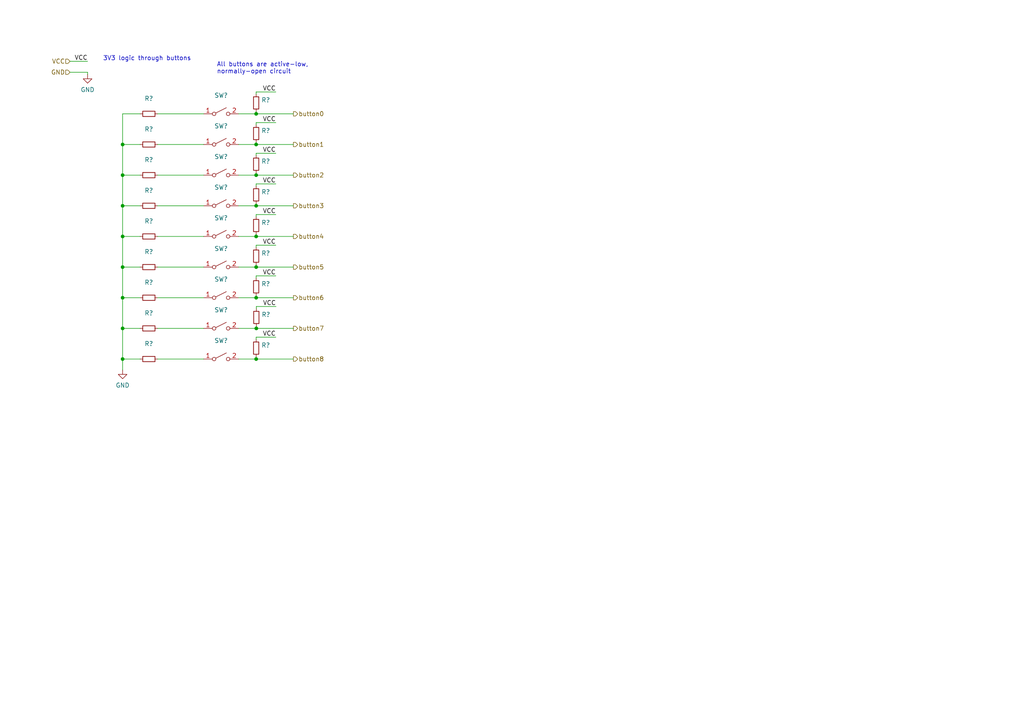
<source format=kicad_sch>
(kicad_sch (version 20211123) (generator eeschema)

  (uuid 78e32d8b-9ed8-4a39-855a-fcae25cb3b7c)

  (paper "A4")

  (lib_symbols
    (symbol "Device:R_Small" (pin_numbers hide) (pin_names (offset 0.254) hide) (in_bom yes) (on_board yes)
      (property "Reference" "R" (id 0) (at 0.762 0.508 0)
        (effects (font (size 1.27 1.27)) (justify left))
      )
      (property "Value" "R_Small" (id 1) (at 0.762 -1.016 0)
        (effects (font (size 1.27 1.27)) (justify left))
      )
      (property "Footprint" "" (id 2) (at 0 0 0)
        (effects (font (size 1.27 1.27)) hide)
      )
      (property "Datasheet" "~" (id 3) (at 0 0 0)
        (effects (font (size 1.27 1.27)) hide)
      )
      (property "ki_keywords" "R resistor" (id 4) (at 0 0 0)
        (effects (font (size 1.27 1.27)) hide)
      )
      (property "ki_description" "Resistor, small symbol" (id 5) (at 0 0 0)
        (effects (font (size 1.27 1.27)) hide)
      )
      (property "ki_fp_filters" "R_*" (id 6) (at 0 0 0)
        (effects (font (size 1.27 1.27)) hide)
      )
      (symbol "R_Small_0_1"
        (rectangle (start -0.762 1.778) (end 0.762 -1.778)
          (stroke (width 0.2032) (type default) (color 0 0 0 0))
          (fill (type none))
        )
      )
      (symbol "R_Small_1_1"
        (pin passive line (at 0 2.54 270) (length 0.762)
          (name "~" (effects (font (size 1.27 1.27))))
          (number "1" (effects (font (size 1.27 1.27))))
        )
        (pin passive line (at 0 -2.54 90) (length 0.762)
          (name "~" (effects (font (size 1.27 1.27))))
          (number "2" (effects (font (size 1.27 1.27))))
        )
      )
    )
    (symbol "Switch:SW_SPST" (pin_names (offset 0) hide) (in_bom yes) (on_board yes)
      (property "Reference" "SW" (id 0) (at 0 3.175 0)
        (effects (font (size 1.27 1.27)))
      )
      (property "Value" "SW_SPST" (id 1) (at 0 -2.54 0)
        (effects (font (size 1.27 1.27)))
      )
      (property "Footprint" "" (id 2) (at 0 0 0)
        (effects (font (size 1.27 1.27)) hide)
      )
      (property "Datasheet" "~" (id 3) (at 0 0 0)
        (effects (font (size 1.27 1.27)) hide)
      )
      (property "ki_keywords" "switch lever" (id 4) (at 0 0 0)
        (effects (font (size 1.27 1.27)) hide)
      )
      (property "ki_description" "Single Pole Single Throw (SPST) switch" (id 5) (at 0 0 0)
        (effects (font (size 1.27 1.27)) hide)
      )
      (symbol "SW_SPST_0_0"
        (circle (center -2.032 0) (radius 0.508)
          (stroke (width 0) (type default) (color 0 0 0 0))
          (fill (type none))
        )
        (polyline
          (pts
            (xy -1.524 0.254)
            (xy 1.524 1.778)
          )
          (stroke (width 0) (type default) (color 0 0 0 0))
          (fill (type none))
        )
        (circle (center 2.032 0) (radius 0.508)
          (stroke (width 0) (type default) (color 0 0 0 0))
          (fill (type none))
        )
      )
      (symbol "SW_SPST_1_1"
        (pin passive line (at -5.08 0 0) (length 2.54)
          (name "A" (effects (font (size 1.27 1.27))))
          (number "1" (effects (font (size 1.27 1.27))))
        )
        (pin passive line (at 5.08 0 180) (length 2.54)
          (name "B" (effects (font (size 1.27 1.27))))
          (number "2" (effects (font (size 1.27 1.27))))
        )
      )
    )
    (symbol "power:GND" (power) (pin_names (offset 0)) (in_bom yes) (on_board yes)
      (property "Reference" "#PWR" (id 0) (at 0 -6.35 0)
        (effects (font (size 1.27 1.27)) hide)
      )
      (property "Value" "GND" (id 1) (at 0 -3.81 0)
        (effects (font (size 1.27 1.27)))
      )
      (property "Footprint" "" (id 2) (at 0 0 0)
        (effects (font (size 1.27 1.27)) hide)
      )
      (property "Datasheet" "" (id 3) (at 0 0 0)
        (effects (font (size 1.27 1.27)) hide)
      )
      (property "ki_keywords" "power-flag" (id 4) (at 0 0 0)
        (effects (font (size 1.27 1.27)) hide)
      )
      (property "ki_description" "Power symbol creates a global label with name \"GND\" , ground" (id 5) (at 0 0 0)
        (effects (font (size 1.27 1.27)) hide)
      )
      (symbol "GND_0_1"
        (polyline
          (pts
            (xy 0 0)
            (xy 0 -1.27)
            (xy 1.27 -1.27)
            (xy 0 -2.54)
            (xy -1.27 -1.27)
            (xy 0 -1.27)
          )
          (stroke (width 0) (type default) (color 0 0 0 0))
          (fill (type none))
        )
      )
      (symbol "GND_1_1"
        (pin power_in line (at 0 0 270) (length 0) hide
          (name "GND" (effects (font (size 1.27 1.27))))
          (number "1" (effects (font (size 1.27 1.27))))
        )
      )
    )
  )

  (junction (at 35.56 77.47) (diameter 0) (color 0 0 0 0)
    (uuid 0cb79e84-768e-4516-8833-0f5ed185a3d6)
  )
  (junction (at 74.295 86.36) (diameter 0) (color 0 0 0 0)
    (uuid 1224e914-f6f0-4f4a-be74-652160ec0a48)
  )
  (junction (at 35.56 86.36) (diameter 0) (color 0 0 0 0)
    (uuid 1451965a-7cde-45aa-be3c-1988d68d80cc)
  )
  (junction (at 74.295 50.8) (diameter 0) (color 0 0 0 0)
    (uuid 323d7f79-2429-426f-9934-38f64dd5f6e0)
  )
  (junction (at 35.56 95.25) (diameter 0) (color 0 0 0 0)
    (uuid 3c85b7b8-0196-4d1d-8bd2-86545cc84cc4)
  )
  (junction (at 74.295 68.58) (diameter 0) (color 0 0 0 0)
    (uuid 4d9185bf-f4e4-4a62-82f2-480f6f5fbc5c)
  )
  (junction (at 35.56 68.58) (diameter 0) (color 0 0 0 0)
    (uuid 5eb6bb11-74b2-45a9-a58a-ab387157e57e)
  )
  (junction (at 35.56 59.69) (diameter 0) (color 0 0 0 0)
    (uuid 81191055-49b6-4abb-8265-729e4645aead)
  )
  (junction (at 35.56 50.8) (diameter 0) (color 0 0 0 0)
    (uuid 8aa49447-5c91-451d-84e6-1962038aa5a1)
  )
  (junction (at 74.295 59.69) (diameter 0) (color 0 0 0 0)
    (uuid 95003184-1a55-417a-869c-12980f0f14c8)
  )
  (junction (at 74.295 33.02) (diameter 0) (color 0 0 0 0)
    (uuid a9c8f0a0-4fb2-408b-94b5-aae360d74383)
  )
  (junction (at 74.295 41.91) (diameter 0) (color 0 0 0 0)
    (uuid bd131d39-9371-4d9a-96e6-d98fc15e4318)
  )
  (junction (at 74.3501 95.25) (diameter 0) (color 0 0 0 0)
    (uuid d1013673-ca95-4b52-8f51-73f9030422d6)
  )
  (junction (at 35.56 104.14) (diameter 0) (color 0 0 0 0)
    (uuid d3fab7dd-d37f-4ce4-aeed-ccc07705dac9)
  )
  (junction (at 35.56 41.91) (diameter 0) (color 0 0 0 0)
    (uuid d7100171-1928-4d13-b51d-bb1b5211fa84)
  )
  (junction (at 74.295 104.14) (diameter 0) (color 0 0 0 0)
    (uuid e959490b-47a5-4d4d-a7c1-b591da3ad377)
  )
  (junction (at 74.295 77.47) (diameter 0) (color 0 0 0 0)
    (uuid f5e8af54-ace2-4022-9b58-90cf062c439e)
  )

  (wire (pts (xy 74.295 33.02) (xy 85.09 33.02))
    (stroke (width 0) (type default) (color 0 0 0 0))
    (uuid 02208927-ed2c-4040-9627-fd682fba39f7)
  )
  (wire (pts (xy 69.215 86.36) (xy 74.295 86.36))
    (stroke (width 0) (type default) (color 0 0 0 0))
    (uuid 04ebd9f2-1ca9-4f39-987a-aedc0fbc25c0)
  )
  (wire (pts (xy 74.295 62.865) (xy 74.295 62.23))
    (stroke (width 0) (type default) (color 0 0 0 0))
    (uuid 08ab6ddc-b9bc-49e9-9579-c26664754b96)
  )
  (wire (pts (xy 74.295 98.425) (xy 74.295 97.79))
    (stroke (width 0) (type default) (color 0 0 0 0))
    (uuid 132436e0-7fe3-4746-acad-8bc7f40f3fac)
  )
  (wire (pts (xy 74.3501 94.615) (xy 74.3501 95.25))
    (stroke (width 0) (type default) (color 0 0 0 0))
    (uuid 1858144b-154d-4690-9d5b-a4caa6e64717)
  )
  (wire (pts (xy 74.295 80.01) (xy 80.01 80.01))
    (stroke (width 0) (type default) (color 0 0 0 0))
    (uuid 1fbd1952-7b59-483c-81bc-5a863992c93e)
  )
  (wire (pts (xy 74.295 104.14) (xy 85.09 104.14))
    (stroke (width 0) (type default) (color 0 0 0 0))
    (uuid 203afb34-079e-42af-8b74-7644878f10b2)
  )
  (wire (pts (xy 20.32 20.955) (xy 25.4 20.955))
    (stroke (width 0) (type default) (color 0 0 0 0))
    (uuid 216501d6-c8aa-4f91-892c-5586b42e594d)
  )
  (wire (pts (xy 74.295 68.58) (xy 85.09 68.58))
    (stroke (width 0) (type default) (color 0 0 0 0))
    (uuid 22676d7d-317f-41f5-9648-629dcb976ea6)
  )
  (wire (pts (xy 74.3501 89.535) (xy 74.3501 88.9))
    (stroke (width 0) (type default) (color 0 0 0 0))
    (uuid 23da95b3-0b51-4406-b823-55972c93d3cc)
  )
  (wire (pts (xy 74.295 77.47) (xy 85.09 77.47))
    (stroke (width 0) (type default) (color 0 0 0 0))
    (uuid 2710e586-c6fc-4da6-9c5d-7966cca5999b)
  )
  (wire (pts (xy 69.215 104.14) (xy 74.295 104.14))
    (stroke (width 0) (type default) (color 0 0 0 0))
    (uuid 276e9059-abed-4d58-9c4b-3f88888fb94c)
  )
  (wire (pts (xy 74.295 59.69) (xy 85.09 59.69))
    (stroke (width 0) (type default) (color 0 0 0 0))
    (uuid 27707410-8350-4b76-903d-701a9ee73d8c)
  )
  (wire (pts (xy 74.295 36.195) (xy 74.295 35.56))
    (stroke (width 0) (type default) (color 0 0 0 0))
    (uuid 29d70472-fd97-401a-a7a4-3d8cdca7bd1c)
  )
  (wire (pts (xy 45.72 68.58) (xy 59.055 68.58))
    (stroke (width 0) (type default) (color 0 0 0 0))
    (uuid 2d4d2f92-25b7-40d5-bbb0-b4b12b1a68be)
  )
  (wire (pts (xy 74.295 53.975) (xy 74.295 53.34))
    (stroke (width 0) (type default) (color 0 0 0 0))
    (uuid 2f4d90a2-5e9b-4794-a09e-a99d465c2f67)
  )
  (wire (pts (xy 74.295 53.34) (xy 80.01 53.34))
    (stroke (width 0) (type default) (color 0 0 0 0))
    (uuid 330e6157-4988-422d-bae2-ff880a91051a)
  )
  (wire (pts (xy 74.295 67.945) (xy 74.295 68.58))
    (stroke (width 0) (type default) (color 0 0 0 0))
    (uuid 333e8f54-2597-4d2e-882f-52d75909ea11)
  )
  (wire (pts (xy 69.215 33.02) (xy 74.295 33.02))
    (stroke (width 0) (type default) (color 0 0 0 0))
    (uuid 450d2d13-5170-4a2b-abbd-17e14a1ecc36)
  )
  (wire (pts (xy 74.295 85.725) (xy 74.295 86.36))
    (stroke (width 0) (type default) (color 0 0 0 0))
    (uuid 453d74ec-5336-458a-973d-ec422a6667a9)
  )
  (wire (pts (xy 74.295 71.755) (xy 74.295 71.12))
    (stroke (width 0) (type default) (color 0 0 0 0))
    (uuid 46ff39fc-06d2-492a-b2d7-a4afc052e1de)
  )
  (wire (pts (xy 74.295 76.835) (xy 74.295 77.47))
    (stroke (width 0) (type default) (color 0 0 0 0))
    (uuid 47af4c70-0c8a-4564-8475-1731bad02d47)
  )
  (wire (pts (xy 74.295 71.12) (xy 80.01 71.12))
    (stroke (width 0) (type default) (color 0 0 0 0))
    (uuid 48bf2a1b-012c-46cf-9a79-48a50ccf06ec)
  )
  (wire (pts (xy 74.3501 88.9) (xy 80.0651 88.9))
    (stroke (width 0) (type default) (color 0 0 0 0))
    (uuid 4d7fbf1c-c742-458c-b271-7468a79f1c7e)
  )
  (wire (pts (xy 35.56 50.8) (xy 35.56 59.69))
    (stroke (width 0) (type default) (color 0 0 0 0))
    (uuid 4dffb065-785e-4c62-aabb-fccb8205cf9e)
  )
  (wire (pts (xy 74.295 62.23) (xy 80.01 62.23))
    (stroke (width 0) (type default) (color 0 0 0 0))
    (uuid 4e9461ff-51da-4fbf-af82-ce3062ce1543)
  )
  (wire (pts (xy 74.295 86.36) (xy 85.09 86.36))
    (stroke (width 0) (type default) (color 0 0 0 0))
    (uuid 5694bea6-8508-4fac-9147-04ab033b42d4)
  )
  (wire (pts (xy 74.295 32.385) (xy 74.295 33.02))
    (stroke (width 0) (type default) (color 0 0 0 0))
    (uuid 585bdfed-77b3-4694-a291-4dbe4c3f3ff2)
  )
  (wire (pts (xy 74.295 35.56) (xy 80.01 35.56))
    (stroke (width 0) (type default) (color 0 0 0 0))
    (uuid 5979cab3-8d81-433c-9ed8-ec14b5798921)
  )
  (wire (pts (xy 45.72 77.47) (xy 59.055 77.47))
    (stroke (width 0) (type default) (color 0 0 0 0))
    (uuid 5c0af6dd-f511-42cb-8803-6251b4a90cae)
  )
  (wire (pts (xy 69.215 68.58) (xy 74.295 68.58))
    (stroke (width 0) (type default) (color 0 0 0 0))
    (uuid 5ebe91c5-59f2-432b-bcb6-8aad0c7a7f1f)
  )
  (wire (pts (xy 35.56 77.47) (xy 40.64 77.47))
    (stroke (width 0) (type default) (color 0 0 0 0))
    (uuid 5ff9edb9-8644-4cc5-82df-78732973d716)
  )
  (wire (pts (xy 35.56 33.02) (xy 40.64 33.02))
    (stroke (width 0) (type default) (color 0 0 0 0))
    (uuid 66ff26b7-2a20-43de-924a-18582e54a96c)
  )
  (wire (pts (xy 35.56 104.14) (xy 35.56 107.315))
    (stroke (width 0) (type default) (color 0 0 0 0))
    (uuid 6aaa4ba7-d5bf-4727-9c46-8b673924f4aa)
  )
  (wire (pts (xy 69.215 50.8) (xy 74.295 50.8))
    (stroke (width 0) (type default) (color 0 0 0 0))
    (uuid 6ab94a37-17fa-4e56-86d1-4b243e4496c3)
  )
  (wire (pts (xy 74.295 41.91) (xy 85.09 41.91))
    (stroke (width 0) (type default) (color 0 0 0 0))
    (uuid 6ac7a3ad-b39e-47d3-9605-9ef84d21a6d7)
  )
  (wire (pts (xy 74.295 59.055) (xy 74.295 59.69))
    (stroke (width 0) (type default) (color 0 0 0 0))
    (uuid 6b33d6ab-7a1a-4c52-a135-a641f5083ceb)
  )
  (wire (pts (xy 45.72 50.8) (xy 59.055 50.8))
    (stroke (width 0) (type default) (color 0 0 0 0))
    (uuid 6c0bda4a-9ddf-4259-b62b-019a0fab4cf3)
  )
  (wire (pts (xy 45.72 59.69) (xy 59.055 59.69))
    (stroke (width 0) (type default) (color 0 0 0 0))
    (uuid 768c7ff7-17c5-4ac9-8873-a40e7e1d7f78)
  )
  (wire (pts (xy 69.215 41.91) (xy 74.295 41.91))
    (stroke (width 0) (type default) (color 0 0 0 0))
    (uuid 772818c5-decb-4ae0-a9c3-1813dc13d5c3)
  )
  (wire (pts (xy 35.56 68.58) (xy 35.56 77.47))
    (stroke (width 0) (type default) (color 0 0 0 0))
    (uuid 7954c9dd-02b3-48a4-9da2-1531427c9869)
  )
  (wire (pts (xy 35.56 104.14) (xy 40.64 104.14))
    (stroke (width 0) (type default) (color 0 0 0 0))
    (uuid 7a2c71e4-0860-45b9-8531-a5251cf7f057)
  )
  (wire (pts (xy 35.56 41.91) (xy 35.56 50.8))
    (stroke (width 0) (type default) (color 0 0 0 0))
    (uuid 7b2da99c-978d-44c1-9ca8-53fd004d0b12)
  )
  (wire (pts (xy 45.72 104.14) (xy 59.055 104.14))
    (stroke (width 0) (type default) (color 0 0 0 0))
    (uuid 813a9602-55b0-43a3-98cc-73fe0717f5c5)
  )
  (wire (pts (xy 35.56 77.47) (xy 35.56 86.36))
    (stroke (width 0) (type default) (color 0 0 0 0))
    (uuid 8442d53c-91db-4673-babb-7cdbd4fe5ac7)
  )
  (wire (pts (xy 45.72 95.25) (xy 59.055 95.25))
    (stroke (width 0) (type default) (color 0 0 0 0))
    (uuid 84bc8a61-e60e-4453-ad28-3b23dda3b1d9)
  )
  (wire (pts (xy 74.295 50.8) (xy 85.09 50.8))
    (stroke (width 0) (type default) (color 0 0 0 0))
    (uuid 8769c9ff-be2d-451a-88d7-4963b4fa6f5a)
  )
  (wire (pts (xy 35.56 41.91) (xy 40.64 41.91))
    (stroke (width 0) (type default) (color 0 0 0 0))
    (uuid 91cbfd5a-9029-4f89-9a8e-a8feaa055e28)
  )
  (wire (pts (xy 74.295 41.275) (xy 74.295 41.91))
    (stroke (width 0) (type default) (color 0 0 0 0))
    (uuid 959c7e21-cd93-4075-acf0-6ff5c9add87a)
  )
  (wire (pts (xy 35.56 68.58) (xy 40.64 68.58))
    (stroke (width 0) (type default) (color 0 0 0 0))
    (uuid 976fda14-4c14-4a93-a871-9d31fc889eb0)
  )
  (wire (pts (xy 25.4 20.955) (xy 25.4 21.59))
    (stroke (width 0) (type default) (color 0 0 0 0))
    (uuid 97d4730b-aa28-4af4-836d-45673ff6fd56)
  )
  (wire (pts (xy 74.295 27.305) (xy 74.295 26.67))
    (stroke (width 0) (type default) (color 0 0 0 0))
    (uuid 9e1949ce-46fb-4666-b0a6-77c433d8624c)
  )
  (wire (pts (xy 45.72 86.36) (xy 59.055 86.36))
    (stroke (width 0) (type default) (color 0 0 0 0))
    (uuid a43297ba-6aa2-4a45-802b-ebb1cbb887d4)
  )
  (wire (pts (xy 74.3501 95.25) (xy 85.1451 95.25))
    (stroke (width 0) (type default) (color 0 0 0 0))
    (uuid a7528801-05b9-406d-a988-5ade9252e4c3)
  )
  (wire (pts (xy 35.56 59.69) (xy 40.64 59.69))
    (stroke (width 0) (type default) (color 0 0 0 0))
    (uuid a886d3c6-624d-4879-940f-435e50e75a6f)
  )
  (wire (pts (xy 35.56 50.8) (xy 40.64 50.8))
    (stroke (width 0) (type default) (color 0 0 0 0))
    (uuid b0a0a100-7d63-4caa-9125-9c0b63d06338)
  )
  (wire (pts (xy 45.72 41.91) (xy 59.055 41.91))
    (stroke (width 0) (type default) (color 0 0 0 0))
    (uuid b20a28f0-95e9-4562-a2b7-f17ac720fd1a)
  )
  (wire (pts (xy 74.295 103.505) (xy 74.295 104.14))
    (stroke (width 0) (type default) (color 0 0 0 0))
    (uuid b8ebddd7-0547-45e2-9934-63aceeea672f)
  )
  (wire (pts (xy 35.56 33.02) (xy 35.56 41.91))
    (stroke (width 0) (type default) (color 0 0 0 0))
    (uuid c027518e-cf47-4d50-870e-f1b2da6d79b7)
  )
  (wire (pts (xy 74.295 80.645) (xy 74.295 80.01))
    (stroke (width 0) (type default) (color 0 0 0 0))
    (uuid c551ca15-8451-4f96-afaa-40ba1fb85a67)
  )
  (wire (pts (xy 69.215 77.47) (xy 74.295 77.47))
    (stroke (width 0) (type default) (color 0 0 0 0))
    (uuid c71f7aef-0766-41ce-b25b-c15a38b9c31c)
  )
  (wire (pts (xy 74.295 45.085) (xy 74.295 44.45))
    (stroke (width 0) (type default) (color 0 0 0 0))
    (uuid c8192d8e-9c86-45f6-a0c5-56f1835738a1)
  )
  (wire (pts (xy 35.56 59.69) (xy 35.56 68.58))
    (stroke (width 0) (type default) (color 0 0 0 0))
    (uuid c8853ea9-fd91-4e41-aff1-4eb4d9a2be77)
  )
  (wire (pts (xy 35.56 86.36) (xy 35.56 95.25))
    (stroke (width 0) (type default) (color 0 0 0 0))
    (uuid c9b2595a-460e-4487-bb17-66a96a20af28)
  )
  (wire (pts (xy 74.295 44.45) (xy 80.01 44.45))
    (stroke (width 0) (type default) (color 0 0 0 0))
    (uuid d14557ce-19af-4973-96ad-a4172d2ad82a)
  )
  (wire (pts (xy 20.32 17.78) (xy 25.4 17.78))
    (stroke (width 0) (type default) (color 0 0 0 0))
    (uuid d2b02d14-c7e1-4608-818c-455d2c37399f)
  )
  (wire (pts (xy 69.215 59.69) (xy 74.295 59.69))
    (stroke (width 0) (type default) (color 0 0 0 0))
    (uuid d2dc6e0a-2a23-4a2e-af66-726b368b96b9)
  )
  (wire (pts (xy 35.56 95.25) (xy 40.64 95.25))
    (stroke (width 0) (type default) (color 0 0 0 0))
    (uuid d6cce8ea-74f3-4c90-a557-2053ec674382)
  )
  (wire (pts (xy 74.295 26.67) (xy 80.01 26.67))
    (stroke (width 0) (type default) (color 0 0 0 0))
    (uuid dcbc068e-3fe9-4793-8f54-e8b56284c0cc)
  )
  (wire (pts (xy 35.56 86.36) (xy 40.64 86.36))
    (stroke (width 0) (type default) (color 0 0 0 0))
    (uuid eb5d136a-1e9c-4ec7-bb2d-da0f2e2e9242)
  )
  (wire (pts (xy 74.295 50.165) (xy 74.295 50.8))
    (stroke (width 0) (type default) (color 0 0 0 0))
    (uuid ed56cf4e-55fa-44a4-a453-d28c52da4399)
  )
  (wire (pts (xy 35.56 95.25) (xy 35.56 104.14))
    (stroke (width 0) (type default) (color 0 0 0 0))
    (uuid f0dfd6bd-22aa-4598-a1fa-f7f2fe270856)
  )
  (wire (pts (xy 74.295 97.79) (xy 80.01 97.79))
    (stroke (width 0) (type default) (color 0 0 0 0))
    (uuid f75d8360-7185-430f-9a91-f6f423b15450)
  )
  (wire (pts (xy 69.2701 95.25) (xy 74.3501 95.25))
    (stroke (width 0) (type default) (color 0 0 0 0))
    (uuid f822080b-14f1-4d05-9d10-7874dfccb4f2)
  )
  (wire (pts (xy 45.72 33.02) (xy 59.055 33.02))
    (stroke (width 0) (type default) (color 0 0 0 0))
    (uuid fe912326-718f-4a90-8058-8aa188f0e494)
  )

  (text "All buttons are active-low,\nnormally-open circuit" (at 62.865 21.59 0)
    (effects (font (size 1.27 1.27)) (justify left bottom))
    (uuid 05c38457-178f-4856-9944-a45367c2d79c)
  )
  (text "3V3 logic through buttons" (at 29.845 17.78 0)
    (effects (font (size 1.27 1.27)) (justify left bottom))
    (uuid 9d27d99d-a38e-4269-89ab-f382553344f3)
  )

  (label "VCC" (at 80.01 97.79 180)
    (effects (font (size 1.27 1.27)) (justify right bottom))
    (uuid 03157eca-dd4a-468e-a731-87a685ab260a)
  )
  (label "VCC" (at 80.01 53.34 180)
    (effects (font (size 1.27 1.27)) (justify right bottom))
    (uuid 1131a1e5-2ace-478b-80c9-cce119d29476)
  )
  (label "VCC" (at 80.01 62.23 180)
    (effects (font (size 1.27 1.27)) (justify right bottom))
    (uuid 465beba9-da39-4b8d-984e-8abf7217d96a)
  )
  (label "VCC" (at 80.01 71.12 180)
    (effects (font (size 1.27 1.27)) (justify right bottom))
    (uuid 763aa3ee-5fa7-4903-a297-079f67da89d1)
  )
  (label "VCC" (at 21.59 17.78 0)
    (effects (font (size 1.27 1.27)) (justify left bottom))
    (uuid 92a1214a-cd58-4d16-9bf6-22ea9e937b66)
  )
  (label "VCC" (at 80.01 35.56 180)
    (effects (font (size 1.27 1.27)) (justify right bottom))
    (uuid 955ed125-4d2b-4885-9f87-b1497f524821)
  )
  (label "VCC" (at 80.01 44.45 180)
    (effects (font (size 1.27 1.27)) (justify right bottom))
    (uuid a697f154-57af-4e11-b0e9-915a8d2b6ac0)
  )
  (label "VCC" (at 80.01 80.01 180)
    (effects (font (size 1.27 1.27)) (justify right bottom))
    (uuid b2b0dff0-bedd-488f-b46b-ff68921fc61d)
  )
  (label "VCC" (at 80.01 26.67 180)
    (effects (font (size 1.27 1.27)) (justify right bottom))
    (uuid c21c2618-aedd-468e-ae8d-7f8d9ce70c48)
  )
  (label "VCC" (at 80.0651 88.9 180)
    (effects (font (size 1.27 1.27)) (justify right bottom))
    (uuid dfc021b2-434c-4a80-8880-41792a174c5b)
  )

  (hierarchical_label "button8" (shape output) (at 85.09 104.14 0)
    (effects (font (size 1.27 1.27)) (justify left))
    (uuid 01608385-10de-4929-9e54-d159000b6a64)
  )
  (hierarchical_label "button1" (shape output) (at 85.09 41.91 0)
    (effects (font (size 1.27 1.27)) (justify left))
    (uuid 10e68e31-3ff4-426b-aaaa-36f243ea70df)
  )
  (hierarchical_label "button7" (shape output) (at 85.09 95.25 0)
    (effects (font (size 1.27 1.27)) (justify left))
    (uuid 362f68a8-895f-496c-853c-520db05fda86)
  )
  (hierarchical_label "button5" (shape output) (at 85.09 77.47 0)
    (effects (font (size 1.27 1.27)) (justify left))
    (uuid 49272467-f216-4a96-b6e2-ce251bd7c549)
  )
  (hierarchical_label "button4" (shape output) (at 85.09 68.58 0)
    (effects (font (size 1.27 1.27)) (justify left))
    (uuid 81ed3bac-cfd4-4595-a1ef-ec3c434cd8e8)
  )
  (hierarchical_label "GND" (shape input) (at 20.32 20.955 180)
    (effects (font (size 1.27 1.27)) (justify right))
    (uuid 82746dd0-8c7a-461b-8c5d-5d69f9f88721)
  )
  (hierarchical_label "VCC" (shape input) (at 20.32 17.78 180)
    (effects (font (size 1.27 1.27)) (justify right))
    (uuid 89859898-3f23-4963-b340-3cc74c051526)
  )
  (hierarchical_label "button0" (shape output) (at 85.09 33.02 0)
    (effects (font (size 1.27 1.27)) (justify left))
    (uuid 9e9d450e-de6b-45d0-b585-4e86f462281e)
  )
  (hierarchical_label "button2" (shape output) (at 85.09 50.8 0)
    (effects (font (size 1.27 1.27)) (justify left))
    (uuid add81bce-9a48-4055-8b26-d998e5f03e39)
  )
  (hierarchical_label "button6" (shape output) (at 85.09 86.36 0)
    (effects (font (size 1.27 1.27)) (justify left))
    (uuid b920e047-1e2c-43b4-b6b0-e5906e2e677d)
  )
  (hierarchical_label "button3" (shape output) (at 85.09 59.69 0)
    (effects (font (size 1.27 1.27)) (justify left))
    (uuid edd5fe45-3e60-4e35-a614-a183d75c2519)
  )

  (symbol (lib_id "Switch:SW_SPST") (at 64.135 41.91 0) (unit 1)
    (in_bom yes) (on_board yes) (fields_autoplaced)
    (uuid 030713f6-a6d6-42ec-9721-5014add70153)
    (property "Reference" "SW?" (id 0) (at 64.135 36.5592 0))
    (property "Value" "" (id 1) (at 64.135 39.0961 0))
    (property "Footprint" "" (id 2) (at 64.135 41.91 0)
      (effects (font (size 1.27 1.27)) hide)
    )
    (property "Datasheet" "~" (id 3) (at 64.135 41.91 0)
      (effects (font (size 1.27 1.27)) hide)
    )
    (pin "1" (uuid 0feb762c-eb71-4423-bbcf-1e5914f064b7))
    (pin "2" (uuid 17f32e7b-6dab-4d94-89b9-9872d207208b))
  )

  (symbol (lib_id "Device:R_Small") (at 74.295 47.625 0) (unit 1)
    (in_bom yes) (on_board yes) (fields_autoplaced)
    (uuid 1026ce12-0c36-46c1-929b-db0b54fd19b3)
    (property "Reference" "R?" (id 0) (at 75.7936 46.7903 0)
      (effects (font (size 1.27 1.27)) (justify left))
    )
    (property "Value" "" (id 1) (at 75.7936 49.3272 0)
      (effects (font (size 1.27 1.27)) (justify left))
    )
    (property "Footprint" "" (id 2) (at 74.295 47.625 0)
      (effects (font (size 1.27 1.27)) hide)
    )
    (property "Datasheet" "~" (id 3) (at 74.295 47.625 0)
      (effects (font (size 1.27 1.27)) hide)
    )
    (pin "1" (uuid 318df033-0625-4141-a772-eff05456b31d))
    (pin "2" (uuid 9101ea6e-6548-4116-baac-8eb649bd5a56))
  )

  (symbol (lib_id "Device:R_Small") (at 43.18 41.91 90) (unit 1)
    (in_bom yes) (on_board yes)
    (uuid 1c0b11c0-0f87-497c-8a6f-775f3b102b43)
    (property "Reference" "R?" (id 0) (at 43.18 37.4736 90))
    (property "Value" "" (id 1) (at 43.18 40.0105 90))
    (property "Footprint" "" (id 2) (at 43.18 41.91 0)
      (effects (font (size 1.27 1.27)) hide)
    )
    (property "Datasheet" "~" (id 3) (at 43.18 41.91 0)
      (effects (font (size 1.27 1.27)) hide)
    )
    (pin "1" (uuid 67a40c7a-b221-4b38-85d5-5502909f9dcb))
    (pin "2" (uuid aef06008-3496-4db6-b30b-241ce09bfdc8))
  )

  (symbol (lib_id "Device:R_Small") (at 43.18 86.36 90) (unit 1)
    (in_bom yes) (on_board yes)
    (uuid 23c9f56e-33b1-401c-9b53-8c8f034e5538)
    (property "Reference" "R?" (id 0) (at 43.18 81.9236 90))
    (property "Value" "" (id 1) (at 43.18 84.4605 90))
    (property "Footprint" "" (id 2) (at 43.18 86.36 0)
      (effects (font (size 1.27 1.27)) hide)
    )
    (property "Datasheet" "~" (id 3) (at 43.18 86.36 0)
      (effects (font (size 1.27 1.27)) hide)
    )
    (pin "1" (uuid 59683911-892b-46d9-85f8-2fd53f3c0edc))
    (pin "2" (uuid 29e08375-5382-4232-a1eb-819648e1d1e0))
  )

  (symbol (lib_id "Device:R_Small") (at 74.3501 92.075 0) (unit 1)
    (in_bom yes) (on_board yes) (fields_autoplaced)
    (uuid 2eda8a0e-5c33-4b14-bb4f-7fb4766e01c0)
    (property "Reference" "R?" (id 0) (at 75.8487 91.2403 0)
      (effects (font (size 1.27 1.27)) (justify left))
    )
    (property "Value" "" (id 1) (at 75.8487 93.7772 0)
      (effects (font (size 1.27 1.27)) (justify left))
    )
    (property "Footprint" "" (id 2) (at 74.3501 92.075 0)
      (effects (font (size 1.27 1.27)) hide)
    )
    (property "Datasheet" "~" (id 3) (at 74.3501 92.075 0)
      (effects (font (size 1.27 1.27)) hide)
    )
    (pin "1" (uuid 1ccdd78c-20d1-4455-b7cd-77ed22548554))
    (pin "2" (uuid 49419cf4-abf3-497f-b57b-2f14bda25e76))
  )

  (symbol (lib_id "Device:R_Small") (at 43.18 68.58 90) (unit 1)
    (in_bom yes) (on_board yes)
    (uuid 33e68cab-8c9e-4e72-a669-16892e540e82)
    (property "Reference" "R?" (id 0) (at 43.18 64.1436 90))
    (property "Value" "" (id 1) (at 43.18 66.6805 90))
    (property "Footprint" "" (id 2) (at 43.18 68.58 0)
      (effects (font (size 1.27 1.27)) hide)
    )
    (property "Datasheet" "~" (id 3) (at 43.18 68.58 0)
      (effects (font (size 1.27 1.27)) hide)
    )
    (pin "1" (uuid 457381bc-00bb-4fae-a0d6-54203c5cd997))
    (pin "2" (uuid 5cdaa11d-fbc6-4585-86e2-d8adeb7a107f))
  )

  (symbol (lib_id "Device:R_Small") (at 74.295 38.735 0) (unit 1)
    (in_bom yes) (on_board yes) (fields_autoplaced)
    (uuid 52d8e161-32b3-48d0-9a53-b5f50e5cd07a)
    (property "Reference" "R?" (id 0) (at 75.7936 37.9003 0)
      (effects (font (size 1.27 1.27)) (justify left))
    )
    (property "Value" "" (id 1) (at 75.7936 40.4372 0)
      (effects (font (size 1.27 1.27)) (justify left))
    )
    (property "Footprint" "" (id 2) (at 74.295 38.735 0)
      (effects (font (size 1.27 1.27)) hide)
    )
    (property "Datasheet" "~" (id 3) (at 74.295 38.735 0)
      (effects (font (size 1.27 1.27)) hide)
    )
    (pin "1" (uuid 6597e137-73b4-45c5-860b-8a0f7a09486c))
    (pin "2" (uuid 37d75f39-98dc-4edf-8cd0-4169aab2583e))
  )

  (symbol (lib_id "Switch:SW_SPST") (at 64.135 86.36 0) (unit 1)
    (in_bom yes) (on_board yes) (fields_autoplaced)
    (uuid 7013d006-10ab-4ced-a5b7-cb65906e29c7)
    (property "Reference" "SW?" (id 0) (at 64.135 81.0092 0))
    (property "Value" "" (id 1) (at 64.135 83.5461 0))
    (property "Footprint" "" (id 2) (at 64.135 86.36 0)
      (effects (font (size 1.27 1.27)) hide)
    )
    (property "Datasheet" "~" (id 3) (at 64.135 86.36 0)
      (effects (font (size 1.27 1.27)) hide)
    )
    (pin "1" (uuid 7080cbee-172e-46f2-aa0e-7495487f9d58))
    (pin "2" (uuid 6361d2fb-372e-473e-895d-76cf3dc58c9b))
  )

  (symbol (lib_id "Switch:SW_SPST") (at 64.135 50.8 0) (unit 1)
    (in_bom yes) (on_board yes) (fields_autoplaced)
    (uuid 7b1800e3-2d30-4541-bcb2-5a96b1d58680)
    (property "Reference" "SW?" (id 0) (at 64.135 45.4492 0))
    (property "Value" "" (id 1) (at 64.135 47.9861 0))
    (property "Footprint" "" (id 2) (at 64.135 50.8 0)
      (effects (font (size 1.27 1.27)) hide)
    )
    (property "Datasheet" "~" (id 3) (at 64.135 50.8 0)
      (effects (font (size 1.27 1.27)) hide)
    )
    (pin "1" (uuid ebe050c8-89d1-420f-8f0a-69980254a3b6))
    (pin "2" (uuid ece92d72-607b-4d0c-b2a4-8987fda3ae57))
  )

  (symbol (lib_id "Device:R_Small") (at 43.18 59.69 90) (unit 1)
    (in_bom yes) (on_board yes)
    (uuid 81877c4b-074d-414d-860e-cf027a9cd324)
    (property "Reference" "R?" (id 0) (at 43.18 55.2536 90))
    (property "Value" "" (id 1) (at 43.18 57.7905 90))
    (property "Footprint" "" (id 2) (at 43.18 59.69 0)
      (effects (font (size 1.27 1.27)) hide)
    )
    (property "Datasheet" "~" (id 3) (at 43.18 59.69 0)
      (effects (font (size 1.27 1.27)) hide)
    )
    (pin "1" (uuid 89c7045d-a099-4b33-b843-617566ffdee4))
    (pin "2" (uuid 291177a1-cf82-476a-8785-ef2e8a4b23ce))
  )

  (symbol (lib_id "Switch:SW_SPST") (at 64.135 59.69 0) (unit 1)
    (in_bom yes) (on_board yes) (fields_autoplaced)
    (uuid 81dc6ce0-37b4-4c7c-bcb4-4a018e1d668f)
    (property "Reference" "SW?" (id 0) (at 64.135 54.3392 0))
    (property "Value" "" (id 1) (at 64.135 56.8761 0))
    (property "Footprint" "" (id 2) (at 64.135 59.69 0)
      (effects (font (size 1.27 1.27)) hide)
    )
    (property "Datasheet" "~" (id 3) (at 64.135 59.69 0)
      (effects (font (size 1.27 1.27)) hide)
    )
    (pin "1" (uuid 65a1d23c-8323-4aa9-95df-d67ad19e8eb5))
    (pin "2" (uuid e9430e59-0329-4042-83e9-a56014ea0504))
  )

  (symbol (lib_id "Switch:SW_SPST") (at 64.135 95.25 0) (unit 1)
    (in_bom yes) (on_board yes) (fields_autoplaced)
    (uuid 894ca4b6-db4c-43d3-9398-33c38049573b)
    (property "Reference" "SW?" (id 0) (at 64.135 89.8992 0))
    (property "Value" "" (id 1) (at 64.135 92.4361 0))
    (property "Footprint" "" (id 2) (at 64.135 95.25 0)
      (effects (font (size 1.27 1.27)) hide)
    )
    (property "Datasheet" "~" (id 3) (at 64.135 95.25 0)
      (effects (font (size 1.27 1.27)) hide)
    )
    (pin "1" (uuid 96ce35ec-3d68-44ae-837f-2e917b3b748b))
    (pin "2" (uuid 0e05d5a9-6904-459e-918a-b49ed2bfb9a3))
  )

  (symbol (lib_id "Switch:SW_SPST") (at 64.135 77.47 0) (unit 1)
    (in_bom yes) (on_board yes) (fields_autoplaced)
    (uuid 9169fe2c-e8bc-4182-b2b3-801ece509ed9)
    (property "Reference" "SW?" (id 0) (at 64.135 72.1192 0))
    (property "Value" "" (id 1) (at 64.135 74.6561 0))
    (property "Footprint" "" (id 2) (at 64.135 77.47 0)
      (effects (font (size 1.27 1.27)) hide)
    )
    (property "Datasheet" "~" (id 3) (at 64.135 77.47 0)
      (effects (font (size 1.27 1.27)) hide)
    )
    (pin "1" (uuid 3ce92d24-c6ec-4b0c-9526-307f076771c0))
    (pin "2" (uuid 71e13949-746d-4acc-9475-eae8cc64fe83))
  )

  (symbol (lib_id "Device:R_Small") (at 74.295 56.515 0) (unit 1)
    (in_bom yes) (on_board yes) (fields_autoplaced)
    (uuid 9f6213d3-a530-4a64-8edc-1ad1f8a863b4)
    (property "Reference" "R?" (id 0) (at 75.7936 55.6803 0)
      (effects (font (size 1.27 1.27)) (justify left))
    )
    (property "Value" "" (id 1) (at 75.7936 58.2172 0)
      (effects (font (size 1.27 1.27)) (justify left))
    )
    (property "Footprint" "" (id 2) (at 74.295 56.515 0)
      (effects (font (size 1.27 1.27)) hide)
    )
    (property "Datasheet" "~" (id 3) (at 74.295 56.515 0)
      (effects (font (size 1.27 1.27)) hide)
    )
    (pin "1" (uuid 4ce2c97d-25d1-4faf-8434-a22bff13a159))
    (pin "2" (uuid 68f8893c-5740-4db1-ae5e-789b465414a3))
  )

  (symbol (lib_id "Device:R_Small") (at 74.295 29.845 0) (unit 1)
    (in_bom yes) (on_board yes) (fields_autoplaced)
    (uuid a57f9beb-7259-44c8-b053-8685410aff69)
    (property "Reference" "R?" (id 0) (at 75.7936 29.0103 0)
      (effects (font (size 1.27 1.27)) (justify left))
    )
    (property "Value" "" (id 1) (at 75.7936 31.5472 0)
      (effects (font (size 1.27 1.27)) (justify left))
    )
    (property "Footprint" "" (id 2) (at 74.295 29.845 0)
      (effects (font (size 1.27 1.27)) hide)
    )
    (property "Datasheet" "~" (id 3) (at 74.295 29.845 0)
      (effects (font (size 1.27 1.27)) hide)
    )
    (pin "1" (uuid e49574d2-d14f-438b-a313-89bcc3fd3d58))
    (pin "2" (uuid 48a60be9-60fa-45f9-bf7d-aff87cb38dc9))
  )

  (symbol (lib_id "Device:R_Small") (at 43.18 95.25 90) (unit 1)
    (in_bom yes) (on_board yes)
    (uuid aeacae3d-c25b-4a6a-99a7-597c41d07f00)
    (property "Reference" "R?" (id 0) (at 43.18 90.8136 90))
    (property "Value" "" (id 1) (at 43.18 93.3505 90))
    (property "Footprint" "" (id 2) (at 43.18 95.25 0)
      (effects (font (size 1.27 1.27)) hide)
    )
    (property "Datasheet" "~" (id 3) (at 43.18 95.25 0)
      (effects (font (size 1.27 1.27)) hide)
    )
    (pin "1" (uuid e1b0656f-78c4-4fd8-863e-b41e7c611829))
    (pin "2" (uuid cc5d2aa1-dc20-4803-b639-4beaaf532321))
  )

  (symbol (lib_id "Device:R_Small") (at 43.18 77.47 90) (unit 1)
    (in_bom yes) (on_board yes)
    (uuid b91da114-8c2a-48ea-b8b7-a1e87a7639f8)
    (property "Reference" "R?" (id 0) (at 43.18 73.0336 90))
    (property "Value" "" (id 1) (at 43.18 75.5705 90))
    (property "Footprint" "" (id 2) (at 43.18 77.47 0)
      (effects (font (size 1.27 1.27)) hide)
    )
    (property "Datasheet" "~" (id 3) (at 43.18 77.47 0)
      (effects (font (size 1.27 1.27)) hide)
    )
    (pin "1" (uuid 286e2018-1b69-4b3c-b37b-d614a4250720))
    (pin "2" (uuid 0f882996-b5c6-4845-8daf-04cac6540684))
  )

  (symbol (lib_id "Device:R_Small") (at 43.18 104.14 90) (unit 1)
    (in_bom yes) (on_board yes)
    (uuid bae986cb-e376-4e0f-8d83-cfc31b54cd49)
    (property "Reference" "R?" (id 0) (at 43.18 99.7036 90))
    (property "Value" "" (id 1) (at 43.18 102.2405 90))
    (property "Footprint" "" (id 2) (at 43.18 104.14 0)
      (effects (font (size 1.27 1.27)) hide)
    )
    (property "Datasheet" "~" (id 3) (at 43.18 104.14 0)
      (effects (font (size 1.27 1.27)) hide)
    )
    (pin "1" (uuid aa07b194-b586-4bf8-a987-d4a84a89dfaa))
    (pin "2" (uuid fee37cd2-4f0b-4323-a43e-735f3f75027d))
  )

  (symbol (lib_id "Switch:SW_SPST") (at 64.135 104.14 0) (unit 1)
    (in_bom yes) (on_board yes) (fields_autoplaced)
    (uuid c2b0a972-ba6f-4a15-ad10-dfcac3dd488f)
    (property "Reference" "SW?" (id 0) (at 64.135 98.7892 0))
    (property "Value" "" (id 1) (at 64.135 101.3261 0))
    (property "Footprint" "" (id 2) (at 64.135 104.14 0)
      (effects (font (size 1.27 1.27)) hide)
    )
    (property "Datasheet" "~" (id 3) (at 64.135 104.14 0)
      (effects (font (size 1.27 1.27)) hide)
    )
    (pin "1" (uuid a681417d-e095-4911-879d-a79486b86180))
    (pin "2" (uuid fb0ac236-c0c7-420a-bb15-e58b67ae459a))
  )

  (symbol (lib_id "Device:R_Small") (at 74.295 100.965 0) (unit 1)
    (in_bom yes) (on_board yes) (fields_autoplaced)
    (uuid cd390fab-ab61-4e97-ba25-e36f9bacc063)
    (property "Reference" "R?" (id 0) (at 75.7936 100.1303 0)
      (effects (font (size 1.27 1.27)) (justify left))
    )
    (property "Value" "" (id 1) (at 75.7936 102.6672 0)
      (effects (font (size 1.27 1.27)) (justify left))
    )
    (property "Footprint" "" (id 2) (at 74.295 100.965 0)
      (effects (font (size 1.27 1.27)) hide)
    )
    (property "Datasheet" "~" (id 3) (at 74.295 100.965 0)
      (effects (font (size 1.27 1.27)) hide)
    )
    (pin "1" (uuid cde2da5f-50f3-4b34-8245-9ae026b8d853))
    (pin "2" (uuid aa3fbf16-6396-429c-b671-16f3f7d437f7))
  )

  (symbol (lib_id "Switch:SW_SPST") (at 64.135 33.02 0) (unit 1)
    (in_bom yes) (on_board yes) (fields_autoplaced)
    (uuid cd4cf608-4676-4552-a185-a29b0571ac5d)
    (property "Reference" "SW?" (id 0) (at 64.135 27.6692 0))
    (property "Value" "" (id 1) (at 64.135 30.2061 0))
    (property "Footprint" "" (id 2) (at 64.135 33.02 0)
      (effects (font (size 1.27 1.27)) hide)
    )
    (property "Datasheet" "~" (id 3) (at 64.135 33.02 0)
      (effects (font (size 1.27 1.27)) hide)
    )
    (pin "1" (uuid 35df124f-6a60-41fd-878b-8e2b75941c8e))
    (pin "2" (uuid f9c9997f-a366-48bb-a5e6-76152cb57236))
  )

  (symbol (lib_id "Device:R_Small") (at 43.18 33.02 90) (unit 1)
    (in_bom yes) (on_board yes)
    (uuid d570f534-2276-4af7-9c94-0f8fa08a75a5)
    (property "Reference" "R?" (id 0) (at 43.18 28.5836 90))
    (property "Value" "" (id 1) (at 43.18 31.1205 90))
    (property "Footprint" "" (id 2) (at 43.18 33.02 0)
      (effects (font (size 1.27 1.27)) hide)
    )
    (property "Datasheet" "~" (id 3) (at 43.18 33.02 0)
      (effects (font (size 1.27 1.27)) hide)
    )
    (pin "1" (uuid 756e8d93-17e4-4778-a661-102e1aa0ea1f))
    (pin "2" (uuid 5377a78e-494a-4b89-9a76-aabb627cf34c))
  )

  (symbol (lib_id "Device:R_Small") (at 74.295 83.185 0) (unit 1)
    (in_bom yes) (on_board yes) (fields_autoplaced)
    (uuid d79f813f-07aa-4e93-bc22-8014dea9ee5f)
    (property "Reference" "R?" (id 0) (at 75.7936 82.3503 0)
      (effects (font (size 1.27 1.27)) (justify left))
    )
    (property "Value" "" (id 1) (at 75.7936 84.8872 0)
      (effects (font (size 1.27 1.27)) (justify left))
    )
    (property "Footprint" "" (id 2) (at 74.295 83.185 0)
      (effects (font (size 1.27 1.27)) hide)
    )
    (property "Datasheet" "~" (id 3) (at 74.295 83.185 0)
      (effects (font (size 1.27 1.27)) hide)
    )
    (pin "1" (uuid 46ac2a33-c995-405f-9485-0c9e13eb2e51))
    (pin "2" (uuid 8866778a-eaa7-4273-a2ee-05a48ae82c1a))
  )

  (symbol (lib_id "Device:R_Small") (at 74.295 65.405 0) (unit 1)
    (in_bom yes) (on_board yes) (fields_autoplaced)
    (uuid db84f023-640d-46b6-a1cd-12f5a25c862a)
    (property "Reference" "R?" (id 0) (at 75.7936 64.5703 0)
      (effects (font (size 1.27 1.27)) (justify left))
    )
    (property "Value" "" (id 1) (at 75.7936 67.1072 0)
      (effects (font (size 1.27 1.27)) (justify left))
    )
    (property "Footprint" "" (id 2) (at 74.295 65.405 0)
      (effects (font (size 1.27 1.27)) hide)
    )
    (property "Datasheet" "~" (id 3) (at 74.295 65.405 0)
      (effects (font (size 1.27 1.27)) hide)
    )
    (pin "1" (uuid 0120ac40-ccab-43b5-a95e-c71da890ce46))
    (pin "2" (uuid 0cd768dd-ed26-49ba-aad0-d124d3c63d6c))
  )

  (symbol (lib_id "Device:R_Small") (at 43.18 50.8 90) (unit 1)
    (in_bom yes) (on_board yes)
    (uuid de263401-cf66-4068-8701-b87f5ebc60e4)
    (property "Reference" "R?" (id 0) (at 43.18 46.3636 90))
    (property "Value" "" (id 1) (at 43.18 48.9005 90))
    (property "Footprint" "" (id 2) (at 43.18 50.8 0)
      (effects (font (size 1.27 1.27)) hide)
    )
    (property "Datasheet" "~" (id 3) (at 43.18 50.8 0)
      (effects (font (size 1.27 1.27)) hide)
    )
    (pin "1" (uuid dcb0cd0f-202f-406e-90fb-bfb5476299c4))
    (pin "2" (uuid 3f15b3ea-4bb6-4e2b-a6be-baecf458c08c))
  )

  (symbol (lib_id "Switch:SW_SPST") (at 64.135 68.58 0) (unit 1)
    (in_bom yes) (on_board yes) (fields_autoplaced)
    (uuid e48d6617-aebc-4cee-8e68-fa1919dd49dc)
    (property "Reference" "SW?" (id 0) (at 64.135 63.2292 0))
    (property "Value" "" (id 1) (at 64.135 65.7661 0))
    (property "Footprint" "" (id 2) (at 64.135 68.58 0)
      (effects (font (size 1.27 1.27)) hide)
    )
    (property "Datasheet" "~" (id 3) (at 64.135 68.58 0)
      (effects (font (size 1.27 1.27)) hide)
    )
    (pin "1" (uuid d131a8da-7e81-441b-a58b-d76e80bd878e))
    (pin "2" (uuid 118c8c3f-1561-4c73-8d84-95808d298b70))
  )

  (symbol (lib_id "power:GND") (at 35.56 107.315 0) (unit 1)
    (in_bom yes) (on_board yes) (fields_autoplaced)
    (uuid e8309415-b8ed-46ef-ac4e-3fac9a805805)
    (property "Reference" "#PWR0126" (id 0) (at 35.56 113.665 0)
      (effects (font (size 1.27 1.27)) hide)
    )
    (property "Value" "GND" (id 1) (at 35.56 111.7584 0))
    (property "Footprint" "" (id 2) (at 35.56 107.315 0)
      (effects (font (size 1.27 1.27)) hide)
    )
    (property "Datasheet" "" (id 3) (at 35.56 107.315 0)
      (effects (font (size 1.27 1.27)) hide)
    )
    (pin "1" (uuid a9982e05-b021-4477-ac2b-951e6697ea20))
  )

  (symbol (lib_id "power:GND") (at 25.4 21.59 0) (unit 1)
    (in_bom yes) (on_board yes) (fields_autoplaced)
    (uuid eaef4aef-b102-44e3-96c6-933224f027cb)
    (property "Reference" "#PWR0127" (id 0) (at 25.4 27.94 0)
      (effects (font (size 1.27 1.27)) hide)
    )
    (property "Value" "GND" (id 1) (at 25.4 26.0334 0))
    (property "Footprint" "" (id 2) (at 25.4 21.59 0)
      (effects (font (size 1.27 1.27)) hide)
    )
    (property "Datasheet" "" (id 3) (at 25.4 21.59 0)
      (effects (font (size 1.27 1.27)) hide)
    )
    (pin "1" (uuid 2d37879b-750b-4902-b205-d45b91a482c1))
  )

  (symbol (lib_id "Device:R_Small") (at 74.295 74.295 0) (unit 1)
    (in_bom yes) (on_board yes) (fields_autoplaced)
    (uuid f6b7c1c7-4a3e-423a-ab2e-12b56bd46c68)
    (property "Reference" "R?" (id 0) (at 75.7936 73.4603 0)
      (effects (font (size 1.27 1.27)) (justify left))
    )
    (property "Value" "" (id 1) (at 75.7936 75.9972 0)
      (effects (font (size 1.27 1.27)) (justify left))
    )
    (property "Footprint" "" (id 2) (at 74.295 74.295 0)
      (effects (font (size 1.27 1.27)) hide)
    )
    (property "Datasheet" "~" (id 3) (at 74.295 74.295 0)
      (effects (font (size 1.27 1.27)) hide)
    )
    (pin "1" (uuid 69192692-3b5b-4404-9c37-77d0a0208b62))
    (pin "2" (uuid f1fc097f-c59a-4889-a6d1-1586d5333957))
  )
)

</source>
